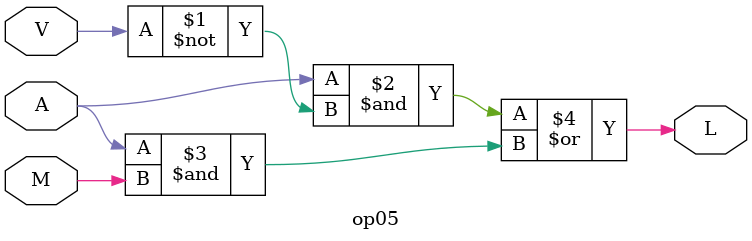
<source format=v>
module gsop05(input wire A, V, M, output wire L);

    wire nv, nm, w1, w2, w3;
    
    not (nv, V);
    not (nm, M);
    and (w1, A, nv, nm);
    and (w2, A, nv, M);
    and (w3, A, V, M);
    or (L, w1, w2, w3);

endmodule

//POS = (A+V+M)*(A+V+M')*(A+V'+M)*(A+V'+M')*(A'+V'+M)
module gpos05(input wire A, V, M, output wire L);

    wire na, nv, nm, w1, w2, w3, w4, w5;
    
    not (na, A);
    not (nv, V);
    not (nm, M);
    or (w1, A, V, M);
    or (w2, A, V, nm);
    or (w3, A, nv, M);
    or (w4, A, nv, nm);
    or (w5, na, nv, M);
    and (L, w1, w2, w3, w4, w5);

endmodule

//Ecuación minimizada con mapa de Karnaugh: Y = AV'+AM
module g05(input wire A, V, M, output wire L);

    wire nv, w1, w2;

    not (nv, V);
    and (w1, A, nv);
    and (w2, A, M);
    or (L, w1, w2);

endmodule

//Módulos con Behavioral Modelling
//SOP = AV'M'+AV'M+AVM
module opsop05(input wire A, V, M, output wire L);

    assign L = (A & ~V & ~M) | (A & ~V & M) | (A & V & M);

endmodule

//POS = (A+V+M)*(A+V+M')*(A+V'+M)*(A+V'+M')*(A'+V'+M)
 module oppos05(input wire A, V, M, output wire L);

    assign L = (A | V | M) & (A | V | ~M) & (A | ~V | M) & (A | ~V | ~M) & (~A | ~V | M);

endmodule

//Ecuación minimizada con mapa de Karnaugh: Y = AV'+AM
module op05(input wire A, V, M, output L);

    assign L = (A & ~V) | (A & M);

endmodule
</source>
